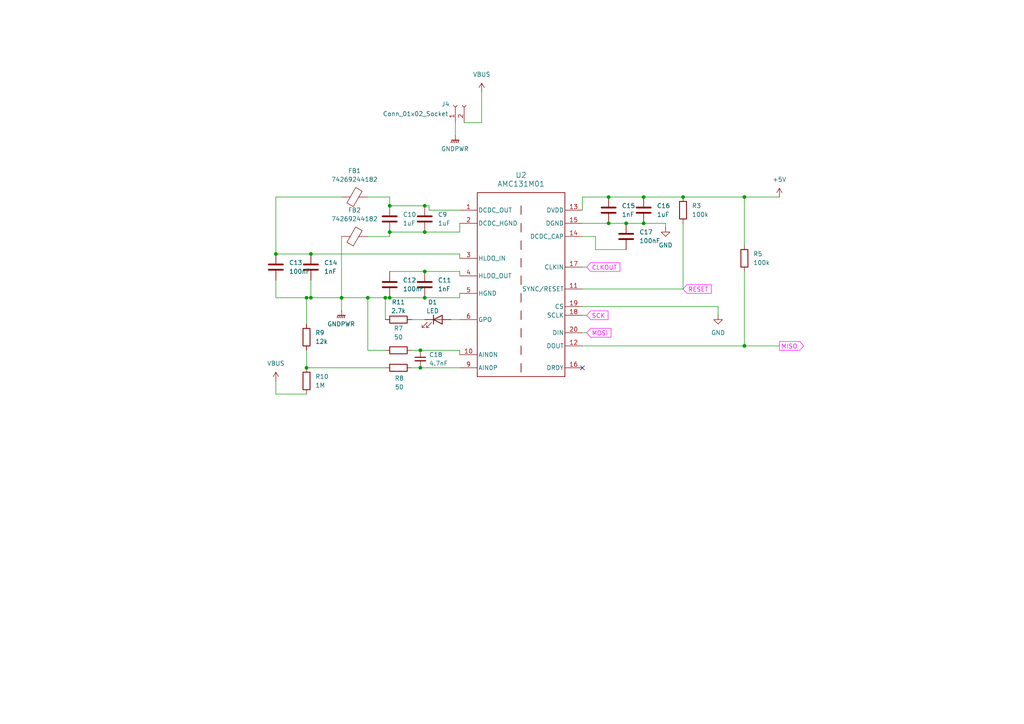
<source format=kicad_sch>
(kicad_sch (version 20250114) (generator "eeschema") (generator_version "9.0")
  (paper "A4")
  (lib_symbols
    (symbol "AMC131M01:ISOW1412DFMR" (pin_names (offset 0.254))
      (property "Reference" "U2" (at 17.78 10.16 0))
      (property "Value" "AMC131M01" (at 17.78 7.62 0))
      (symbol "ISOW1412DFMR_0_1"
        (polyline (pts (xy 5.08 5.08) (xy 5.08 -48.26)) (stroke (width 0.2032)))
        (polyline (pts (xy 5.08 -48.26) (xy 30.48 -48.26)) (stroke (width 0.2032)))
        (polyline (pts (xy 17.78 1.27) (xy 17.78 -1.27)) (stroke (width 0.2032)))
        (polyline (pts (xy 17.78 -3.81) (xy 17.78 -6.35)) (stroke (width 0.2032)))
        (polyline (pts (xy 17.78 -8.89) (xy 17.78 -11.43)) (stroke (width 0.2032)))
        (polyline (pts (xy 17.78 -13.97) (xy 17.78 -16.51)) (stroke (width 0.2032)))
        (polyline (pts (xy 17.78 -19.05) (xy 17.78 -21.59)) (stroke (width 0.2032)))
        (polyline (pts (xy 17.78 -24.13) (xy 17.78 -26.67)) (stroke (width 0.2032)))
        (polyline (pts (xy 17.78 -29.21) (xy 17.78 -31.75)) (stroke (width 0.2032)))
        (polyline (pts (xy 17.78 -36.83) (xy 17.78 -34.29)) (stroke (width 0.2032)))
        (polyline (pts (xy 17.78 -39.37) (xy 17.78 -41.91)) (stroke (width 0.2032)))
        (polyline (pts (xy 17.78 -44.45) (xy 17.78 -46.99)) (stroke (width 0.2032)))
        (polyline (pts (xy 30.48 5.08) (xy 5.08 5.08)) (stroke (width 0.2032)))
        (polyline (pts (xy 30.48 -48.26) (xy 30.48 5.08)) (stroke (width 0.2032)))
      )
      (symbol "ISOW1412DFMR_1_1"
        (pin power_in line (at 0 0 0) (length 5.08) (name "DCDC_OUT") (number "1"))
        (pin power_in line (at 0 -3.81 0) (length 5.08) (name "DCDC_HGND") (number "2"))
        (pin no_connect line (at 0 -7.62 0) (length 5.08) (hide yes) (name "NC") (number "8"))
        (pin power_in line (at 0 -13.97 0) (length 5.08) (name "HLDO_IN") (number "3"))
        (pin power_out line (at 0 -19.05 0) (length 5.08) (name "HLDO_OUT") (number "4"))
        (pin power_in line (at 0 -24.13 0) (length 5.08) (name "HGND") (number "5"))
        (pin output line (at 0 -31.75 0) (length 5.08) (name "GPO") (number "6"))
        (pin no_connect line (at 0 -35.56 0) (length 5.08) (hide yes) (name "NC") (number "7"))
        (pin input line (at 0 -41.91 0) (length 5.08) (name "AIN0N") (number "10"))
        (pin input line (at 0 -45.72 0) (length 5.08) (name "AIN0P") (number "9"))
        (pin output line (at 35.56 0 180) (length 5.08) (name "DVDD") (number "13"))
        (pin power_in line (at 35.56 -3.81 180) (length 5.08) (name "DGND") (number "15"))
        (pin power_in line (at 35.56 -7.62 180) (length 5.08) (name "DCDC_CAP") (number "14"))
        (pin output line (at 35.56 -16.51 180) (length 5.08) (name "CLKIN") (number "17"))
        (pin input line (at 35.56 -22.86 180) (length 5.08) (name "SYNC/RESET") (number "11"))
        (pin input line (at 35.56 -27.94 180) (length 5.08) (name "CS") (number "19"))
        (pin input line (at 35.56 -30.48 180) (length 5.08) (name "SCLK") (number "18"))
        (pin input line (at 35.56 -35.56 180) (length 5.08) (name "DIN") (number "20"))
        (pin output line (at 35.56 -39.37 180) (length 5.08) (name "DOUT") (number "12"))
        (pin output line (at 35.56 -45.72 180) (length 5.08) (name "DRDY") (number "16"))
      )
    )
    (symbol "Connector:Conn_01x02_Socket" (pin_names (offset 1.016) (hide yes))
      (property "Reference" "J" (at 0 2.54 0))
      (property "Value" "Conn_01x02_Socket" (at 0 -5.08 0))
      (symbol "Conn_01x02_Socket_1_1"
        (polyline (pts (xy -1.27 0) (xy -0.508 0)) (stroke (width 0.1524)))
        (polyline (pts (xy -1.27 -2.54) (xy -0.508 -2.54)) (stroke (width 0.1524)))
        (arc (start 0 -0.508) (mid -0.5058 0) (end 0 0.508) (stroke (width 0.1524)))
        (arc (start 0 -3.048) (mid -0.5058 -2.54) (end 0 -2.032) (stroke (width 0.1524)))
        (pin passive line (at -5.08 0 0) (length 3.81) (name "Pin_1") (number "1"))
        (pin passive line (at -5.08 -2.54 0) (length 3.81) (name "Pin_2") (number "2"))
      )
    )
    (symbol "Device:C" (pin_numbers (hide yes)) (pin_names (offset 0.254))
      (property "Reference" "C" (at 0.635 2.54 0))
      (property "Value" "C" (at 0.635 -2.54 0))
      (symbol "C_0_1"
        (polyline (pts (xy -2.032 0.762) (xy 2.032 0.762)) (stroke (width 0.508)))
        (polyline (pts (xy -2.032 -0.762) (xy 2.032 -0.762)) (stroke (width 0.508)))
      )
      (symbol "C_1_1"
        (pin passive line (at 0 3.81 270) (length 2.794) (name "~") (number "1"))
        (pin passive line (at 0 -3.81 90) (length 2.794) (name "~") (number "2"))
      )
    )
    (symbol "Device:C_Small" (pin_numbers (hide yes)) (pin_names (offset 0.254) (hide yes))
      (property "Reference" "C" (at 0.254 1.778 0))
      (property "Value" "C_Small" (at 0.254 -2.032 0))
      (symbol "C_Small_0_1"
        (polyline (pts (xy -1.524 0.508) (xy 1.524 0.508)) (stroke (width 0.3048)))
        (polyline (pts (xy -1.524 -0.508) (xy 1.524 -0.508)) (stroke (width 0.3302)))
      )
      (symbol "C_Small_1_1"
        (pin passive line (at 0 2.54 270) (length 2.032) (name "~") (number "1"))
        (pin passive line (at 0 -2.54 90) (length 2.032) (name "~") (number "2"))
      )
    )
    (symbol "Device:FerriteBead" (pin_numbers (hide yes)) (pin_names (offset 0))
      (property "Reference" "FB" (at -3.81 0.635 90))
      (property "Value" "FerriteBead" (at 3.81 0 90))
      (symbol "FerriteBead_0_1"
        (polyline (pts (xy -2.7686 0.4064) (xy -1.7018 2.2606) (xy 2.7686 -0.3048) (xy 1.6764 -2.159) (xy -2.7686 0.4064)))
        (polyline (pts (xy 0 1.27) (xy 0 1.2954)))
        (polyline (pts (xy 0 -1.27) (xy 0 -1.2192)))
      )
      (symbol "FerriteBead_1_1"
        (pin passive line (at 0 3.81 270) (length 2.54) (name "~") (number "1"))
        (pin passive line (at 0 -3.81 90) (length 2.54) (name "~") (number "2"))
      )
    )
    (symbol "Device:LED" (pin_numbers (hide yes)) (pin_names (offset 1.016) (hide yes))
      (property "Reference" "D" (at 0 2.54 0))
      (property "Value" "LED" (at 0 -2.54 0))
      (symbol "LED_0_1"
        (polyline (pts (xy -3.048 -0.762) (xy -4.572 -2.286) (xy -3.81 -2.286) (xy -4.572 -2.286) (xy -4.572 -1.524)))
        (polyline (pts (xy -1.778 -0.762) (xy -3.302 -2.286) (xy -2.54 -2.286) (xy -3.302 -2.286) (xy -3.302 -1.524)))
        (polyline (pts (xy -1.27 0) (xy 1.27 0)))
        (polyline (pts (xy -1.27 -1.27) (xy -1.27 1.27)) (stroke (width 0.254)))
        (polyline (pts (xy 1.27 -1.27) (xy 1.27 1.27) (xy -1.27 0) (xy 1.27 -1.27)) (stroke (width 0.254)))
      )
      (symbol "LED_1_1"
        (pin passive line (at -3.81 0 0) (length 2.54) (name "K") (number "1"))
        (pin passive line (at 3.81 0 180) (length 2.54) (name "A") (number "2"))
      )
    )
    (symbol "Device:R" (pin_numbers (hide yes)) (pin_names (offset 0))
      (property "Reference" "R" (at 2.032 0 90))
      (property "Value" "R" (at 0 0 90))
      (symbol "R_0_1"
        (rectangle (start -1.016 -2.54) (end 1.016 2.54) (stroke (width 0.254)))
      )
      (symbol "R_1_1"
        (pin passive line (at 0 3.81 270) (length 1.27) (name "~") (number "1"))
        (pin passive line (at 0 -3.81 90) (length 1.27) (name "~") (number "2"))
      )
    )
    (symbol "power:+5V" (power) (pin_numbers (hide yes)) (pin_names (offset 0) (hide yes))
      (property "Value" "+5V" (at 0 3.556 0))
      (symbol "+5V_0_1"
        (polyline (pts (xy -0.762 1.27) (xy 0 2.54)))
        (polyline (pts (xy 0 2.54) (xy 0.762 1.27)))
        (polyline (pts (xy 0 0) (xy 0 2.54)))
      )
      (symbol "+5V_1_1"
        (pin power_in line (at 0 0 90) (length 0) (name "~") (number "1"))
      )
    )
    (symbol "power:GND" (power) (pin_numbers (hide yes)) (pin_names (offset 0) (hide yes))
      (property "Value" "GND" (at 0 -3.81 0))
      (symbol "GND_0_1"
        (polyline (pts (xy 0 0) (xy 0 -1.27) (xy 1.27 -1.27) (xy 0 -2.54) (xy -1.27 -1.27) (xy 0 -1.27)))
      )
      (symbol "GND_1_1"
        (pin power_in line (at 0 0 270) (length 0) (name "~") (number "1"))
      )
    )
    (symbol "power:GNDPWR" (power) (pin_numbers (hide yes)) (pin_names (offset 0) (hide yes))
      (property "Value" "GNDPWR" (at 0 -3.302 0))
      (symbol "GNDPWR_0_1"
        (polyline (pts (xy -1.016 -1.27) (xy -1.27 -2.032) (xy -1.27 -2.032)) (stroke (width 0.2032)))
        (polyline (pts (xy -0.508 -1.27) (xy -0.762 -2.032) (xy -0.762 -2.032)) (stroke (width 0.2032)))
        (polyline (pts (xy 0 -1.27) (xy 0 0)))
        (polyline (pts (xy 0 -1.27) (xy -0.254 -2.032) (xy -0.254 -2.032)) (stroke (width 0.2032)))
        (polyline (pts (xy 0.508 -1.27) (xy 0.254 -2.032) (xy 0.254 -2.032)) (stroke (width 0.2032)))
        (polyline (pts (xy 1.016 -1.27) (xy -1.016 -1.27) (xy -1.016 -1.27)) (stroke (width 0.2032)))
        (polyline (pts (xy 1.016 -1.27) (xy 0.762 -2.032) (xy 0.762 -2.032) (xy 0.762 -2.032)) (stroke (width 0.2032)))
      )
      (symbol "GNDPWR_1_1"
        (pin power_in line (at 0 0 270) (length 0) (name "~") (number "1"))
      )
    )
    (symbol "power:VBUS" (power) (pin_numbers (hide yes)) (pin_names (offset 0) (hide yes))
      (property "Value" "VBUS" (at 0 3.556 0))
      (symbol "VBUS_0_1"
        (polyline (pts (xy -0.762 1.27) (xy 0 2.54)))
        (polyline (pts (xy 0 2.54) (xy 0.762 1.27)))
        (polyline (pts (xy 0 0) (xy 0 2.54)))
      )
      (symbol "VBUS_1_1"
        (pin power_in line (at 0 0 90) (length 0) (name "~") (number "1"))
      )
    )
  )
  (junction (at 90.17 73.66))
  (junction (at 88.9 86.36))
  (junction (at 121.92 106.68))
  (junction (at 90.17 86.36))
  (junction (at 123.19 86.36))
  (junction (at 113.03 86.36))
  (junction (at 186.69 57.15))
  (junction (at 123.19 67.31))
  (junction (at 80.01 73.66))
  (junction (at 111.76 86.36))
  (junction (at 123.19 59.69))
  (junction (at 186.69 64.77))
  (junction (at 121.92 101.6))
  (junction (at 99.06 86.36))
  (junction (at 123.19 78.74))
  (junction (at 88.9 106.68))
  (junction (at 176.53 64.77))
  (junction (at 106.68 86.36))
  (junction (at 113.03 59.69))
  (junction (at 215.9 100.33))
  (junction (at 176.53 57.15))
  (junction (at 181.61 64.77))
  (junction (at 215.9 57.15))
  (junction (at 113.03 67.31))
  (junction (at 198.12 57.15))
  (no_connect (at 168.91 106.68))
  (wire (pts (xy 133.35 67.31) (xy 123.19 67.31)))
  (wire (pts (xy 215.9 57.15) (xy 215.9 71.12)))
  (wire (pts (xy 168.91 96.52) (xy 170.18 96.52)))
  (wire (pts (xy 133.35 102.87) (xy 133.35 101.6)))
  (wire (pts (xy 119.38 101.6) (xy 121.92 101.6)))
  (wire (pts (xy 111.76 101.6) (xy 106.68 101.6)))
  (wire (pts (xy 106.68 68.58) (xy 113.03 68.58)))
  (wire (pts (xy 168.91 91.44) (xy 170.18 91.44)))
  (wire (pts (xy 124.46 59.69) (xy 123.19 59.69)))
  (wire (pts (xy 215.9 57.15) (xy 226.06 57.15)))
  (wire (pts (xy 133.35 64.77) (xy 133.35 67.31)))
  (wire (pts (xy 80.01 57.15) (xy 80.01 73.66)))
  (wire (pts (xy 133.35 60.96) (xy 124.46 60.96)))
  (wire (pts (xy 90.17 86.36) (xy 99.06 86.36)))
  (wire (pts (xy 168.91 68.58) (xy 172.72 68.58)))
  (wire (pts (xy 113.03 68.58) (xy 113.03 67.31)))
  (wire (pts (xy 113.03 78.74) (xy 123.19 78.74)))
  (wire (pts (xy 88.9 114.3) (xy 80.01 114.3)))
  (wire (pts (xy 99.06 57.15) (xy 80.01 57.15)))
  (wire (pts (xy 186.69 64.77) (xy 193.04 64.77)))
  (wire (pts (xy 88.9 86.36) (xy 88.9 93.98)))
  (wire (pts (xy 106.68 57.15) (xy 113.03 57.15)))
  (wire (pts (xy 111.76 86.36) (xy 111.76 92.71)))
  (wire (pts (xy 90.17 81.28) (xy 90.17 86.36)))
  (wire (pts (xy 113.03 67.31) (xy 123.19 67.31)))
  (wire (pts (xy 106.68 86.36) (xy 111.76 86.36)))
  (wire (pts (xy 198.12 83.82) (xy 198.12 64.77)))
  (wire (pts (xy 133.35 85.09) (xy 133.35 86.36)))
  (wire (pts (xy 168.91 64.77) (xy 176.53 64.77)))
  (wire (pts (xy 80.01 81.28) (xy 80.01 86.36)))
  (wire (pts (xy 176.53 64.77) (xy 181.61 64.77)))
  (wire (pts (xy 168.91 83.82) (xy 198.12 83.82)))
  (wire (pts (xy 121.92 106.68) (xy 133.35 106.68)))
  (wire (pts (xy 133.35 74.93) (xy 133.35 73.66)))
  (wire (pts (xy 193.04 64.77) (xy 193.04 66.04)))
  (wire (pts (xy 208.28 88.9) (xy 208.28 91.44)))
  (wire (pts (xy 88.9 101.6) (xy 88.9 106.68)))
  (wire (pts (xy 168.91 60.96) (xy 168.91 57.15)))
  (wire (pts (xy 172.72 68.58) (xy 172.72 72.39)))
  (wire (pts (xy 132.08 35.56) (xy 132.08 39.37)))
  (wire (pts (xy 113.03 59.69) (xy 123.19 59.69)))
  (wire (pts (xy 106.68 86.36) (xy 106.68 101.6)))
  (wire (pts (xy 99.06 86.36) (xy 99.06 90.17)))
  (wire (pts (xy 88.9 86.36) (xy 90.17 86.36)))
  (wire (pts (xy 133.35 101.6) (xy 121.92 101.6)))
  (wire (pts (xy 80.01 86.36) (xy 88.9 86.36)))
  (wire (pts (xy 172.72 72.39) (xy 181.61 72.39)))
  (wire (pts (xy 80.01 73.66) (xy 90.17 73.66)))
  (wire (pts (xy 139.7 35.56) (xy 139.7 26.67)))
  (wire (pts (xy 168.91 100.33) (xy 215.9 100.33)))
  (wire (pts (xy 168.91 57.15) (xy 176.53 57.15)))
  (wire (pts (xy 134.62 35.56) (xy 139.7 35.56)))
  (wire (pts (xy 133.35 78.74) (xy 123.19 78.74)))
  (wire (pts (xy 111.76 86.36) (xy 113.03 86.36)))
  (wire (pts (xy 99.06 86.36) (xy 106.68 86.36)))
  (wire (pts (xy 124.46 60.96) (xy 124.46 59.69)))
  (wire (pts (xy 119.38 106.68) (xy 121.92 106.68)))
  (wire (pts (xy 123.19 86.36) (xy 133.35 86.36)))
  (wire (pts (xy 113.03 86.36) (xy 123.19 86.36)))
  (wire (pts (xy 186.69 57.15) (xy 198.12 57.15)))
  (wire (pts (xy 119.38 92.71) (xy 123.19 92.71)))
  (wire (pts (xy 113.03 57.15) (xy 113.03 59.69)))
  (wire (pts (xy 215.9 100.33) (xy 226.06 100.33)))
  (wire (pts (xy 80.01 114.3) (xy 80.01 110.49)))
  (wire (pts (xy 130.81 92.71) (xy 133.35 92.71)))
  (wire (pts (xy 133.35 80.01) (xy 133.35 78.74)))
  (wire (pts (xy 99.06 68.58) (xy 99.06 86.36)))
  (wire (pts (xy 181.61 64.77) (xy 186.69 64.77)))
  (wire (pts (xy 168.91 77.47) (xy 170.18 77.47)))
  (wire (pts (xy 88.9 106.68) (xy 111.76 106.68)))
  (wire (pts (xy 176.53 57.15) (xy 186.69 57.15)))
  (wire (pts (xy 90.17 73.66) (xy 133.35 73.66)))
  (wire (pts (xy 198.12 57.15) (xy 215.9 57.15)))
  (wire (pts (xy 215.9 78.74) (xy 215.9 100.33)))
  (wire (pts (xy 168.91 88.9) (xy 208.28 88.9)))
  (global_label "CLKOUT" (shape input) (at 170.18 77.47 0) (property "Intersheetrefs" "${INTERSHEET_REFS}" (effects (hide yes))))
  (global_label "MOSI" (shape input) (at 170.18 96.52 0) (property "Intersheetrefs" "${INTERSHEET_REFS}" (effects (hide yes))))
  (global_label "MISO" (shape output) (at 226.06 100.33 0) (property "Intersheetrefs" "${INTERSHEET_REFS}" (effects (hide yes))))
  (global_label "RESET" (shape input) (at 198.12 83.82 0) (property "Intersheetrefs" "${INTERSHEET_REFS}" (effects (hide yes))))
  (global_label "SCK" (shape input) (at 170.18 91.44 0) (property "Intersheetrefs" "${INTERSHEET_REFS}" (effects (hide yes))))
  (symbol (lib_id "Device:R") (at 88.9 97.79 0) (unit 1)
    (property "Reference" "R9" (at 91.44 96.5199 0) (effects (justify left)))
    (property "Value" "12k" (at 91.44 99.0599 0) (effects (justify left)))
    (property "Footprint" "Resistor_SMD:R_0805_2012Metric_Pad1.20x1.40mm_HandSolder" (effects (hide yes)))
    (property "Description" "Resistor" (effects (hide yes)))
  )
  (symbol (lib_id "Device:C") (at 113.03 63.5 0) (unit 1)
    (property "Reference" "C10" (at 116.84 62.2299 0) (effects (justify left)))
    (property "Value" "1uF" (at 116.84 64.7699 0) (effects (justify left)))
    (property "Footprint" "Capacitor_SMD:C_0805_2012Metric_Pad1.18x1.45mm_HandSolder" (effects (hide yes)))
    (property "Description" "Unpolarized capacitor" (effects (hide yes)))
  )
  (symbol (lib_id "Device:C") (at 181.61 68.58 0) (unit 1)
    (property "Reference" "C17" (at 185.42 67.3099 0) (effects (justify left)))
    (property "Value" "100nF" (at 185.42 69.8499 0) (effects (justify left)))
    (property "Footprint" "Capacitor_SMD:C_0805_2012Metric_Pad1.18x1.45mm_HandSolder" (effects (hide yes)))
    (property "Description" "Unpolarized capacitor" (effects (hide yes)))
  )
  (symbol (lib_id "Device:C") (at 123.19 63.5 0) (unit 1)
    (property "Reference" "C9" (at 127 62.2299 0) (effects (justify left)))
    (property "Value" "1uF" (at 127 64.7699 0) (effects (justify left)))
    (property "Footprint" "Capacitor_SMD:C_0805_2012Metric_Pad1.18x1.45mm_HandSolder" (effects (hide yes)))
    (property "Description" "Unpolarized capacitor" (effects (hide yes)))
  )
  (symbol (lib_id "Device:LED") (at 127 92.71 0) (unit 1)
    (property "Reference" "D1" (at 125.476 87.63 0))
    (property "Value" "LED" (at 125.476 90.17 0))
    (property "Footprint" "LED_SMD:LED_0805_2012Metric_Pad1.15x1.40mm_HandSolder" (effects (hide yes)))
    (property "Description" "Light emitting diode" (effects (hide yes)))
    (property "Sim.Pins" "1=K 2=A" (effects (hide yes)))
  )
  (symbol (lib_id "Device:FerriteBead") (at 102.87 57.15 90) (unit 1)
    (property "Reference" "FB1" (at 102.8192 49.53 90))
    (property "Value" "74269244182" (at 102.8192 52.07 90))
    (property "Footprint" "Inductor_SMD:L_0402_1005Metric_Pad0.77x0.64mm_HandSolder" (effects (hide yes)))
    (property "Description" "Ferrite bead" (effects (hide yes)))
  )
  (symbol (lib_id "power:GNDPWR") (at 99.06 90.17 0) (unit 1)
    (property "Reference" "#PWR011" (effects (hide yes)))
    (property "Value" "GNDPWR" (at 98.933 93.98 0))
    (property "Description" "Power symbol creates a global label with name \"GNDPWR\" , global ground" (effects (hide yes)))
  )
  (symbol (lib_id "Device:C") (at 123.19 82.55 0) (unit 1)
    (property "Reference" "C11" (at 127 81.2799 0) (effects (justify left)))
    (property "Value" "1nF" (at 127 83.8199 0) (effects (justify left)))
    (property "Footprint" "Capacitor_SMD:C_0805_2012Metric_Pad1.18x1.45mm_HandSolder" (effects (hide yes)))
    (property "Description" "Unpolarized capacitor" (effects (hide yes)))
  )
  (symbol (lib_id "AMC131M01:ISOW1412DFMR") (at 133.35 60.96 0) (unit 1)
    (property "Reference" "U2" (at 151.13 50.8 0) (effects (font (size 1.524 1.524))))
    (property "Value" "AMC131M01" (at 151.13 53.34 0) (effects (font (size 1.524 1.524))))
    (property "Footprint" "Package_SO:SOIC-20W_7.5x12.8mm_P1.27mm" (effects (hide yes)))
    (property "Datasheet" "https://www.ti.com/lit/ds/symlink/amc131m01.pdf?ts=1763554907629" (effects (hide yes)))
  )
  (symbol (lib_id "power:GND") (at 208.28 91.44 0) (unit 1)
    (property "Reference" "#PWR047" (effects (hide yes)))
    (property "Value" "GND" (at 208.28 96.52 0))
    (property "Description" "Power symbol creates a global label with name \"GND\" , ground" (effects (hide yes)))
  )
  (symbol (lib_id "Device:FerriteBead") (at 102.87 68.58 90) (unit 1)
    (property "Reference" "FB2" (at 102.8192 60.96 90))
    (property "Value" "74269244182" (at 102.8192 63.5 90))
    (property "Footprint" "Inductor_SMD:L_0402_1005Metric_Pad0.77x0.64mm_HandSolder" (effects (hide yes)))
    (property "Description" "Ferrite bead" (effects (hide yes)))
  )
  (symbol (lib_id "Device:R") (at 215.9 74.93 0) (unit 1)
    (property "Reference" "R5" (at 218.44 73.6599 0) (effects (justify left)))
    (property "Value" "100k" (at 218.44 76.1999 0) (effects (justify left)))
    (property "Footprint" "Resistor_SMD:R_0805_2012Metric_Pad1.20x1.40mm_HandSolder" (effects (hide yes)))
    (property "Description" "Resistor" (effects (hide yes)))
  )
  (symbol (lib_id "Device:R") (at 115.57 106.68 90) (unit 1)
    (property "Reference" "R8" (at 115.824 109.728 90))
    (property "Value" "50" (at 115.824 112.268 90))
    (property "Footprint" "Resistor_SMD:R_0805_2012Metric_Pad1.20x1.40mm_HandSolder" (effects (hide yes)))
    (property "Description" "Resistor" (effects (hide yes)))
  )
  (symbol (lib_id "Device:C") (at 176.53 60.96 0) (unit 1)
    (property "Reference" "C15" (at 180.34 59.6899 0) (effects (justify left)))
    (property "Value" "1nF" (at 180.34 62.2299 0) (effects (justify left)))
    (property "Footprint" "Capacitor_SMD:C_0805_2012Metric_Pad1.18x1.45mm_HandSolder" (effects (hide yes)))
    (property "Description" "Unpolarized capacitor" (effects (hide yes)))
  )
  (symbol (lib_id "Device:R") (at 198.12 60.96 0) (unit 1)
    (property "Reference" "R3" (at 200.66 59.6899 0) (effects (justify left)))
    (property "Value" "100k" (at 200.66 62.2299 0) (effects (justify left)))
    (property "Footprint" "Resistor_SMD:R_0805_2012Metric_Pad1.20x1.40mm_HandSolder" (effects (hide yes)))
    (property "Description" "Resistor" (effects (hide yes)))
  )
  (symbol (lib_id "Device:C_Small") (at 121.92 104.14 0) (unit 1)
    (property "Reference" "C18" (at 124.46 102.8762 0) (effects (justify left)))
    (property "Value" "4.7nF" (at 124.46 105.4162 0) (effects (justify left)))
    (property "Footprint" "Capacitor_SMD:C_0805_2012Metric_Pad1.18x1.45mm_HandSolder" (effects (hide yes)))
    (property "Description" "Unpolarized capacitor, small symbol" (effects (hide yes)))
  )
  (symbol (lib_id "Device:C") (at 113.03 82.55 0) (unit 1)
    (property "Reference" "C12" (at 116.84 81.2799 0) (effects (justify left)))
    (property "Value" "100nF" (at 116.84 83.8199 0) (effects (justify left)))
    (property "Footprint" "Capacitor_SMD:C_0805_2012Metric_Pad1.18x1.45mm_HandSolder" (effects (hide yes)))
    (property "Description" "Unpolarized capacitor" (effects (hide yes)))
  )
  (symbol (lib_id "Device:C") (at 90.17 77.47 0) (unit 1)
    (property "Reference" "C14" (at 93.98 76.1999 0) (effects (justify left)))
    (property "Value" "1nF" (at 93.98 78.7399 0) (effects (justify left)))
    (property "Footprint" "Capacitor_SMD:C_0805_2012Metric_Pad1.18x1.45mm_HandSolder" (effects (hide yes)))
    (property "Description" "Unpolarized capacitor" (effects (hide yes)))
  )
  (symbol (lib_id "Device:R") (at 115.57 101.6 90) (unit 1)
    (property "Reference" "R7" (at 115.57 95.25 90))
    (property "Value" "50" (at 115.57 97.79 90))
    (property "Footprint" "Resistor_SMD:R_0805_2012Metric_Pad1.20x1.40mm_HandSolder" (effects (hide yes)))
    (property "Description" "Resistor" (effects (hide yes)))
  )
  (symbol (lib_id "Device:R") (at 88.9 110.49 0) (unit 1)
    (property "Reference" "R10" (at 91.44 109.2199 0) (effects (justify left)))
    (property "Value" "1M" (at 91.44 111.7599 0) (effects (justify left)))
    (property "Footprint" "Resistor_SMD:R_0805_2012Metric_Pad1.20x1.40mm_HandSolder" (effects (hide yes)))
    (property "Description" "Resistor" (effects (hide yes)))
  )
  (symbol (lib_id "Connector:Conn_01x02_Socket") (at 132.08 30.48 90) (unit 1)
    (property "Reference" "J4" (at 128.016 30.226 90) (effects (justify right)))
    (property "Value" "Conn_01x02_Socket" (at 110.998 33.02 90) (effects (justify right)))
    (property "Footprint" "Connector_Molex:Molex_Micro-Latch_53254-0270_1x02_P2.00mm_Horizontal" (effects (hide yes)))
    (property "Description" "Generic connector, single row, 01x02, script generated" (effects (hide yes)))
  )
  (symbol (lib_id "power:+5V") (at 226.06 57.15 0) (unit 1)
    (property "Reference" "#PWR012" (effects (hide yes)))
    (property "Value" "+5V" (at 226.06 52.07 0))
    (property "Description" "Power symbol creates a global label with name \"+5V\"" (effects (hide yes)))
  )
  (symbol (lib_id "Device:C") (at 80.01 77.47 0) (unit 1)
    (property "Reference" "C13" (at 83.82 76.1999 0) (effects (justify left)))
    (property "Value" "100nF" (at 83.82 78.7399 0) (effects (justify left)))
    (property "Footprint" "Capacitor_SMD:C_0805_2012Metric_Pad1.18x1.45mm_HandSolder" (effects (hide yes)))
    (property "Description" "Unpolarized capacitor" (effects (hide yes)))
  )
  (symbol (lib_id "power:GND") (at 193.04 66.04 0) (unit 1)
    (property "Reference" "#PWR013" (effects (hide yes)))
    (property "Value" "GND" (at 193.04 71.12 0))
    (property "Description" "Power symbol creates a global label with name \"GND\" , ground" (effects (hide yes)))
  )
  (symbol (lib_id "power:VBUS") (at 139.7 26.67 0) (unit 1)
    (property "Reference" "#PWR049" (effects (hide yes)))
    (property "Value" "VBUS" (at 139.7 21.59 0))
    (property "Description" "Power symbol creates a global label with name \"VBUS\"" (effects (hide yes)))
  )
  (symbol (lib_id "power:GNDPWR") (at 132.08 39.37 0) (unit 1)
    (property "Reference" "#PWR048" (effects (hide yes)))
    (property "Value" "GNDPWR" (at 131.953 43.18 0))
    (property "Description" "Power symbol creates a global label with name \"GNDPWR\" , global ground" (effects (hide yes)))
  )
  (symbol (lib_id "power:VBUS") (at 80.01 110.49 0) (unit 1)
    (property "Reference" "#PWR014" (effects (hide yes)))
    (property "Value" "VBUS" (at 80.01 105.41 0))
    (property "Description" "Power symbol creates a global label with name \"VBUS\"" (effects (hide yes)))
  )
  (symbol (lib_id "Device:C") (at 186.69 60.96 0) (unit 1)
    (property "Reference" "C16" (at 190.5 59.6899 0) (effects (justify left)))
    (property "Value" "1uF" (at 190.5 62.2299 0) (effects (justify left)))
    (property "Footprint" "Capacitor_SMD:C_0805_2012Metric_Pad1.18x1.45mm_HandSolder" (effects (hide yes)))
    (property "Description" "Unpolarized capacitor" (effects (hide yes)))
  )
  (symbol (lib_id "Device:R") (at 115.57 92.71 90) (unit 1)
    (property "Reference" "R11" (at 115.57 87.63 90))
    (property "Value" "2.7k" (at 115.57 90.17 90))
    (property "Footprint" "Resistor_SMD:R_0805_2012Metric_Pad1.20x1.40mm_HandSolder" (effects (hide yes)))
    (property "Description" "Resistor" (effects (hide yes)))
  )
)
</source>
